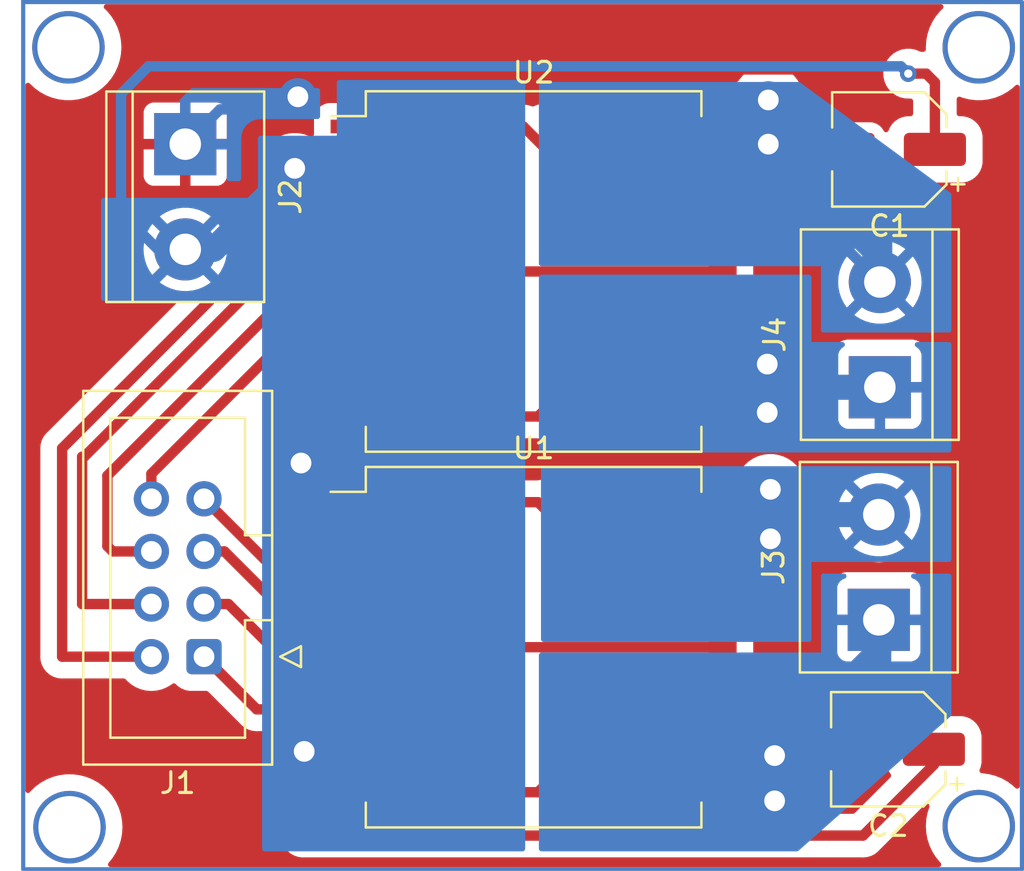
<source format=kicad_pcb>
(kicad_pcb (version 20211014) (generator pcbnew)
  (layers (0 "F.Cu" signal) (31 "B.Cu" signal) (34 "B.Paste" user) (35 "F.Paste" user) (36 "B.SilkS" user "B.Silkscreen") (37 "F.SilkS" user "F.Silkscreen") (38 "B.Mask" user) (39 "F.Mask" user) (44 "Edge.Cuts" user))
  (net 0 "")
  (net 1 "/VCCM")
  (net 2 "GND")
  (net 3 "/PWM1")
  (net 4 "/PWM2")
  (net 5 "/INA1")
  (net 6 "/INA2")
  (net 7 "/EN1")
  (net 8 "/EN2")
  (net 9 "/INB1")
  (net 10 "/INB2")
  (net 11 "/OUTB1")
  (net 12 "/OUTA1")
  (net 13 "/OUTB2")
  (net 14 "/OUTA2")
  (footprint "Capacitor_SMD:CP_Elec_5x5.3" (layer "F.Cu") (at 46.228 32.3596 180)
    (fp_text reference "C1" (at 0 -3.7) (layer "F.SilkS"))
    (fp_text value "C_Polarized")
    (fp_line (start -1.695563 2.76) (end 2.76 2.76) (layer "F.SilkS") (width 0.12))
    (fp_line (start -1.695563 -2.76) (end 2.76 -2.76) (layer "F.SilkS") (width 0.12))
    (fp_line (start -3.625 -1.685) (end -3 -1.685) (layer "F.SilkS") (width 0.12))
    (fp_line (start -2.76 1.695563) (end -1.695563 2.76) (layer "F.SilkS") (width 0.12))
    (fp_line (start -2.76 -1.695563) (end -1.695563 -2.76) (layer "F.SilkS") (width 0.12))
    (fp_line (start -2.76 1.695563) (end -2.76 1.06) (layer "F.SilkS") (width 0.12))
    (fp_line (start 2.76 2.76) (end 2.76 1.06) (layer "F.SilkS") (width 0.12))
    (fp_line (start -2.76 -1.695563) (end -2.76 -1.06) (layer "F.SilkS") (width 0.12))
    (fp_line (start -3.3125 -1.9975) (end -3.3125 -1.3725) (layer "F.SilkS") (width 0.12))
    (fp_line (start 2.76 -2.76) (end 2.76 -1.06) (layer "F.SilkS") (width 0.12))
    (pad "1" smd roundrect (at -2.2 0 180) (size 3 1.6) (layers "F.Cu" "F.Paste" "F.Mask") (roundrect_rratio 0.15625) (net 1 "/VCCM"))
    (pad "2" smd roundrect (at 2.2 0 180) (size 3 1.6) (layers "F.Cu" "F.Paste" "F.Mask") (roundrect_rratio 0.15625) (net 2 "GND"))
  )
  (footprint "Package_SO:ST_MultiPowerSO-30" (layer "F.Cu") (at 29.0576 56.388)
    (fp_text reference "U1" (at 0 -9.6) (layer "F.SilkS"))
    (fp_text value "VNH2SP30")
    (fp_line (start 8.1 -8.7) (end 8.1 -7.5) (layer "F.SilkS") (width 0.12))
    (fp_line (start 8 8.7) (end -8.1 8.7) (layer "F.SilkS") (width 0.12))
    (fp_line (start 8.1 8.7) (end 8.1 7.5) (layer "F.SilkS") (width 0.12))
    (fp_line (start -8 -8.7) (end -8.1 -8.7) (layer "F.SilkS") (width 0.12))
    (fp_line (start 8 -8.7) (end -8 -8.7) (layer "F.SilkS") (width 0.12))
    (fp_line (start 8 8.7) (end 8.1 8.7) (layer "F.SilkS") (width 0.12))
    (fp_line (start -8.1 -8.7) (end -8.1 -7.5) (layer "F.SilkS") (width 0.12))
    (fp_line (start -8.1 -7.5) (end -9.8 -7.5) (layer "F.SilkS") (width 0.12))
    (fp_line (start -8.1 8.7) (end -8.1 7.5) (layer "F.SilkS") (width 0.12))
    (fp_line (start 8 -8.7) (end 8.1 -8.7) (layer "F.SilkS") (width 0.12))
    (pad "1" smd rect (at -9.125 -7 270) (size 0.66 1.35) (layers "F.Cu" "F.Paste" "F.Mask") (net 12 "/OUTA1"))
    (pad "2" smd rect (at -9.125 -6 270) (size 0.66 1.35) (layers "F.Cu" "F.Paste" "F.Mask"))
    (pad "3" smd rect (at -9.125 -5 270) (size 0.66 1.35) (layers "F.Cu" "F.Paste" "F.Mask") (net 1 "/VCCM"))
    (pad "4" smd rect (at -9.125 -4 270) (size 0.66 1.35) (layers "F.Cu" "F.Paste" "F.Mask"))
    (pad "5" smd rect (at -9.125 -3 270) (size 0.66 1.35) (layers "F.Cu" "F.Paste" "F.Mask") (net 5 "/INA1"))
    (pad "6" smd rect (at -9.125 -2 270) (size 0.66 1.35) (layers "F.Cu" "F.Paste" "F.Mask") (net 7 "/EN1"))
    (pad "7" smd rect (at -9.125 -1 270) (size 0.66 1.35) (layers "F.Cu" "F.Paste" "F.Mask"))
    (pad "8" smd rect (at -9.125 0 270) (size 0.66 1.35) (layers "F.Cu" "F.Paste" "F.Mask") (net 3 "/PWM1"))
    (pad "9" smd rect (at -9.125 1 270) (size 0.66 1.35) (layers "F.Cu" "F.Paste" "F.Mask"))
    (pad "10" smd rect (at -9.125 2 270) (size 0.66 1.35) (layers "F.Cu" "F.Paste" "F.Mask") (net 7 "/EN1"))
    (pad "11" smd rect (at -9.125 3 270) (size 0.66 1.35) (layers "F.Cu" "F.Paste" "F.Mask") (net 9 "/INB1"))
    (pad "12" smd rect (at -9.125 4 270) (size 0.66 1.35) (layers "F.Cu" "F.Paste" "F.Mask"))
    (pad "13" smd rect (at -9.125 5 270) (size 0.66 1.35) (layers "F.Cu" "F.Paste" "F.Mask") (net 1 "/VCCM"))
    (pad "14" smd rect (at -9.125 6 270) (size 0.66 1.35) (layers "F.Cu" "F.Paste" "F.Mask"))
    (pad "15" smd rect (at -9.125 7 270) (size 0.66 1.35) (layers "F.Cu" "F.Paste" "F.Mask") (net 11 "/OUTB1"))
    (pad "16" smd rect (at 9.125 7 270) (size 0.66 1.35) (layers "F.Cu" "F.Paste" "F.Mask") (net 11 "/OUTB1"))
    (pad "17" smd rect (at 9.125 6 270) (size 0.66 1.35) (layers "F.Cu" "F.Paste" "F.Mask"))
    (pad "18" smd rect (at 9.125 5 270) (size 0.66 1.35) (layers "F.Cu" "F.Paste" "F.Mask") (net 2 "GND"))
    (pad "19" smd rect (at 9.125 4 270) (size 0.66 1.35) (layers "F.Cu" "F.Paste" "F.Mask") (net 2 "GND"))
    (pad "20" smd rect (at 9.125 3 270) (size 0.66 1.35) (layers "F.Cu" "F.Paste" "F.Mask") (net 2 "GND"))
    (pad "21" smd rect (at 9.125 2 270) (size 0.66 1.35) (layers "F.Cu" "F.Paste" "F.Mask") (net 11 "/OUTB1"))
    (pad "22" smd rect (at 9.125 1 270) (size 0.66 1.35) (layers "F.Cu" "F.Paste" "F.Mask"))
    (pad "23" smd rect (at 9.125 0 270) (size 0.66 1.35) (layers "F.Cu" "F.Paste" "F.Mask") (net 1 "/VCCM"))
    (pad "24" smd rect (at 9.125 -1 270) (size 0.66 1.35) (layers "F.Cu" "F.Paste" "F.Mask"))
    (pad "25" smd rect (at 9.125 -2 270) (size 0.66 1.35) (layers "F.Cu" "F.Paste" "F.Mask") (net 12 "/OUTA1"))
    (pad "26" smd rect (at 9.125 -3 270) (size 0.66 1.35) (layers "F.Cu" "F.Paste" "F.Mask") (net 2 "GND"))
    (pad "27" smd rect (at 9.125 -4 270) (size 0.66 1.35) (layers "F.Cu" "F.Paste" "F.Mask") (net 2 "GND"))
    (pad "28" smd rect (at 9.125 -5 270) (size 0.66 1.35) (layers "F.Cu" "F.Paste" "F.Mask") (net 2 "GND"))
    (pad "29" smd rect (at 9.125 -6 270) (size 0.66 1.35) (layers "F.Cu" "F.Paste" "F.Mask"))
    (pad "30" smd rect (at 9.125 -7 270) (size 0.66 1.35) (layers "F.Cu" "F.Paste" "F.Mask") (net 12 "/OUTA1"))
    (pad "31" smd rect (at -3.05 0) (size 5.25 10.3) (layers "F.Cu" "F.Paste" "F.Mask") (net 1 "/VCCM"))
    (pad "32" smd rect (at 3.05 -4.165) (size 5.25 6.23) (layers "F.Cu" "F.Paste" "F.Mask") (net 12 "/OUTA1"))
    (pad "33" smd rect (at 3.05 4.165) (size 5.25 6.23) (layers "F.Cu" "F.Paste" "F.Mask") (net 11 "/OUTB1"))
  )
  (footprint "Capacitor_SMD:CP_Elec_5x5.3" (layer "F.Cu") (at 46.1772 61.3156 180)
    (fp_text reference "C2" (at 0 -3.7) (layer "F.SilkS"))
    (fp_text value "C_Polarized")
    (fp_line (start 2.76 -2.76) (end 2.76 -1.06) (layer "F.SilkS") (width 0.12))
    (fp_line (start -2.76 1.695563) (end -2.76 1.06) (layer "F.SilkS") (width 0.12))
    (fp_line (start 2.76 2.76) (end 2.76 1.06) (layer "F.SilkS") (width 0.12))
    (fp_line (start -1.695563 2.76) (end 2.76 2.76) (layer "F.SilkS") (width 0.12))
    (fp_line (start -2.76 1.695563) (end -1.695563 2.76) (layer "F.SilkS") (width 0.12))
    (fp_line (start -3.625 -1.685) (end -3 -1.685) (layer "F.SilkS") (width 0.12))
    (fp_line (start -2.76 -1.695563) (end -1.695563 -2.76) (layer "F.SilkS") (width 0.12))
    (fp_line (start -2.76 -1.695563) (end -2.76 -1.06) (layer "F.SilkS") (width 0.12))
    (fp_line (start -3.3125 -1.9975) (end -3.3125 -1.3725) (layer "F.SilkS") (width 0.12))
    (fp_line (start -1.695563 -2.76) (end 2.76 -2.76) (layer "F.SilkS") (width 0.12))
    (pad "1" smd roundrect (at -2.2 0 180) (size 3 1.6) (layers "F.Cu" "F.Paste" "F.Mask") (roundrect_rratio 0.15625) (net 1 "/VCCM"))
    (pad "2" smd roundrect (at 2.2 0 180) (size 3 1.6) (layers "F.Cu" "F.Paste" "F.Mask") (roundrect_rratio 0.15625) (net 2 "GND"))
  )
  (footprint "TerminalBlock:TerminalBlock_bornier-2_P5.08mm" (layer "F.Cu") (at 45.72 55.0672 90)
    (fp_text reference "J3" (at 2.54 -5.08 90) (layer "F.SilkS"))
    (fp_text value "Conn_01x02_Male")
    (fp_line (start -2.54 -3.81) (end -2.54 3.81) (layer "F.SilkS") (width 0.12))
    (fp_line (start 7.62 2.54) (end -2.54 2.54) (layer "F.SilkS") (width 0.12))
    (fp_line (start -2.54 3.81) (end 7.62 3.81) (layer "F.SilkS") (width 0.12))
    (fp_line (start 7.62 3.81) (end 7.62 -3.81) (layer "F.SilkS") (width 0.12))
    (fp_line (start 7.62 -3.81) (end -2.54 -3.81) (layer "F.SilkS") (width 0.12))
    (pad "1" thru_hole rect (at 0 0 90) (size 3 3) (drill 1.52) (layers *.Cu *.Mask) (net 11 "/OUTB1"))
    (pad "2" thru_hole circle (at 5.08 0 90) (size 3 3) (drill 1.52) (layers *.Cu *.Mask) (net 12 "/OUTA1"))
  )
  (footprint "Package_SO:ST_MultiPowerSO-30" (layer "F.Cu") (at 29.0576 38.2524)
    (fp_text reference "U2" (at 0 -9.6) (layer "F.SilkS"))
    (fp_text value "VNH2SP30")
    (fp_line (start 8 -8.7) (end -8 -8.7) (layer "F.SilkS") (width 0.12))
    (fp_line (start 8.1 8.7) (end 8.1 7.5) (layer "F.SilkS") (width 0.12))
    (fp_line (start -8 -8.7) (end -8.1 -8.7) (layer "F.SilkS") (width 0.12))
    (fp_line (start -8.1 -7.5) (end -9.8 -7.5) (layer "F.SilkS") (width 0.12))
    (fp_line (start 8.1 -8.7) (end 8.1 -7.5) (layer "F.SilkS") (width 0.12))
    (fp_line (start -8.1 -8.7) (end -8.1 -7.5) (layer "F.SilkS") (width 0.12))
    (fp_line (start 8 8.7) (end 8.1 8.7) (layer "F.SilkS") (width 0.12))
    (fp_line (start 8 -8.7) (end 8.1 -8.7) (layer "F.SilkS") (width 0.12))
    (fp_line (start 8 8.7) (end -8.1 8.7) (layer "F.SilkS") (width 0.12))
    (fp_line (start -8.1 8.7) (end -8.1 7.5) (layer "F.SilkS") (width 0.12))
    (pad "1" smd rect (at -9.125 -7 270) (size 0.66 1.35) (layers "F.Cu" "F.Paste" "F.Mask") (net 14 "/OUTA2"))
    (pad "2" smd rect (at -9.125 -6 270) (size 0.66 1.35) (layers "F.Cu" "F.Paste" "F.Mask"))
    (pad "3" smd rect (at -9.125 -5 270) (size 0.66 1.35) (layers "F.Cu" "F.Paste" "F.Mask") (net 1 "/VCCM"))
    (pad "4" smd rect (at -9.125 -4 270) (size 0.66 1.35) (layers "F.Cu" "F.Paste" "F.Mask"))
    (pad "5" smd rect (at -9.125 -3 270) (size 0.66 1.35) (layers "F.Cu" "F.Paste" "F.Mask") (net 6 "/INA2"))
    (pad "6" smd rect (at -9.125 -2 270) (size 0.66 1.35) (layers "F.Cu" "F.Paste" "F.Mask") (net 8 "/EN2"))
    (pad "7" smd rect (at -9.125 -1 270) (size 0.66 1.35) (layers "F.Cu" "F.Paste" "F.Mask"))
    (pad "8" smd rect (at -9.125 0 270) (size 0.66 1.35) (layers "F.Cu" "F.Paste" "F.Mask") (net 4 "/PWM2"))
    (pad "9" smd rect (at -9.125 1 270) (size 0.66 1.35) (layers "F.Cu" "F.Paste" "F.Mask"))
    (pad "10" smd rect (at -9.125 2 270) (size 0.66 1.35) (layers "F.Cu" "F.Paste" "F.Mask") (net 8 "/EN2"))
    (pad "11" smd rect (at -9.125 3 270) (size 0.66 1.35) (layers "F.Cu" "F.Paste" "F.Mask") (net 10 "/INB2"))
    (pad "12" smd rect (at -9.125 4 270) (size 0.66 1.35) (layers "F.Cu" "F.Paste" "F.Mask"))
    (pad "13" smd rect (at -9.125 5 270) (size 0.66 1.35) (layers "F.Cu" "F.Paste" "F.Mask") (net 1 "/VCCM"))
    (pad "14" smd rect (at -9.125 6 270) (size 0.66 1.35) (layers "F.Cu" "F.Paste" "F.Mask"))
    (pad "15" smd rect (at -9.125 7 270) (size 0.66 1.35) (layers "F.Cu" "F.Paste" "F.Mask") (net 13 "/OUTB2"))
    (pad "16" smd rect (at 9.125 7 270) (size 0.66 1.35) (layers "F.Cu" "F.Paste" "F.Mask") (net 13 "/OUTB2"))
    (pad "17" smd rect (at 9.125 6 270) (size 0.66 1.35) (layers "F.Cu" "F.Paste" "F.Mask"))
    (pad "18" smd rect (at 9.125 5 270) (size 0.66 1.35) (layers "F.Cu" "F.Paste" "F.Mask") (net 2 "GND"))
    (pad "19" smd rect (at 9.125 4 270) (size 0.66 1.35) (layers "F.Cu" "F.Paste" "F.Mask") (net 2 "GND"))
    (pad "20" smd rect (at 9.125 3 270) (size 0.66 1.35) (layers "F.Cu" "F.Paste" "F.Mask") (net 2 "GND"))
    (pad "21" smd rect (at 9.125 2 270) (size 0.66 1.35) (layers "F.Cu" "F.Paste" "F.Mask") (net 13 "/OUTB2"))
    (pad "22" smd rect (at 9.125 1 270) (size 0.66 1.35) (layers "F.Cu" "F.Paste" "F.Mask"))
    (pad "23" smd rect (at 9.125 0 270) (size 0.66 1.35) (layers "F.Cu" "F.Paste" "F.Mask") (net 1 "/VCCM"))
    (pad "24" smd rect (at 9.125 -1 270) (size 0.66 1.35) (layers "F.Cu" "F.Paste" "F.Mask"))
    (pad "25" smd rect (at 9.125 -2 270) (size 0.66 1.35) (layers "F.Cu" "F.Paste" "F.Mask") (net 14 "/OUTA2"))
    (pad "26" smd rect (at 9.125 -3 270) (size 0.66 1.35) (layers "F.Cu" "F.Paste" "F.Mask") (net 2 "GND"))
    (pad "27" smd rect (at 9.125 -4 270) (size 0.66 1.35) (layers "F.Cu" "F.Paste" "F.Mask") (net 2 "GND"))
    (pad "28" smd rect (at 9.125 -5 270) (size 0.66 1.35) (layers "F.Cu" "F.Paste" "F.Mask") (net 2 "GND"))
    (pad "29" smd rect (at 9.125 -6 270) (size 0.66 1.35) (layers "F.Cu" "F.Paste" "F.Mask"))
    (pad "30" smd rect (at 9.125 -7 270) (size 0.66 1.35) (layers "F.Cu" "F.Paste" "F.Mask") (net 14 "/OUTA2"))
    (pad "31" smd rect (at -3.05 0) (size 5.25 10.3) (layers "F.Cu" "F.Paste" "F.Mask") (net 1 "/VCCM"))
    (pad "32" smd rect (at 3.05 -4.165) (size 5.25 6.23) (layers "F.Cu" "F.Paste" "F.Mask") (net 14 "/OUTA2"))
    (pad "33" smd rect (at 3.05 4.165) (size 5.25 6.23) (layers "F.Cu" "F.Paste" "F.Mask") (net 13 "/OUTB2"))
  )
  (footprint "TerminalBlock:TerminalBlock_bornier-2_P5.08mm" (layer "F.Cu") (at 45.7708 43.8404 90)
    (fp_text reference "J4" (at 2.54 -5.08 90) (layer "F.SilkS"))
    (fp_text value "Conn_01x02_Male")
    (fp_line (start -2.54 3.81) (end 7.62 3.81) (layer "F.SilkS") (width 0.12))
    (fp_line (start 7.62 2.54) (end -2.54 2.54) (layer "F.SilkS") (width 0.12))
    (fp_line (start 7.62 3.81) (end 7.62 -3.81) (layer "F.SilkS") (width 0.12))
    (fp_line (start 7.62 -3.81) (end -2.54 -3.81) (layer "F.SilkS") (width 0.12))
    (fp_line (start -2.54 -3.81) (end -2.54 3.81) (layer "F.SilkS") (width 0.12))
    (pad "1" thru_hole rect (at 0 0 90) (size 3 3) (drill 1.52) (layers *.Cu *.Mask) (net 13 "/OUTB2"))
    (pad "2" thru_hole circle (at 5.08 0 90) (size 3 3) (drill 1.52) (layers *.Cu *.Mask) (net 14 "/OUTA2"))
  )
  (footprint "TerminalBlock:TerminalBlock_bornier-2_P5.08mm" (layer "F.Cu") (at 12.2428 32.1056 -90)
    (fp_text reference "J2" (at 2.54 -5.08 90) (layer "F.SilkS"))
    (fp_text value "Conn_01x02_Male")
    (fp_line (start 7.62 -3.81) (end -2.54 -3.81) (layer "F.SilkS") (width 0.12))
    (fp_line (start 7.62 2.54) (end -2.54 2.54) (layer "F.SilkS") (width 0.12))
    (fp_line (start -2.54 -3.81) (end -2.54 3.81) (layer "F.SilkS") (width 0.12))
    (fp_line (start -2.54 3.81) (end 7.62 3.81) (layer "F.SilkS") (width 0.12))
    (fp_line (start 7.62 3.81) (end 7.62 -3.81) (layer "F.SilkS") (width 0.12))
    (pad "1" thru_hole rect (at 0 0 270) (size 3 3) (drill 1.52) (layers *.Cu *.Mask) (net 2 "GND"))
    (pad "2" thru_hole circle (at 5.08 0 270) (size 3 3) (drill 1.52) (layers *.Cu *.Mask) (net 1 "/VCCM"))
  )
  (footprint "Connector_IDC:IDC-Header_2x04_P2.54mm_Vertical" (layer "F.Cu") (at 13.1477 56.8452 180)
    (fp_text reference "J1" (at 1.27 -6.1) (layer "F.SilkS"))
    (fp_text value "Conn_02x04_Odd_Even")
    (fp_line (start -1.98 1.76) (end -1.98 -3.91) (layer "F.SilkS") (width 0.12))
    (fp_line (start 4.52 11.53) (end -1.98 11.53) (layer "F.SilkS") (width 0.12))
    (fp_line (start -3.29 12.83) (end -3.29 -5.21) (layer "F.SilkS") (width 0.12))
    (fp_line (start -3.29 1.76) (end -1.98 1.76) (layer "F.SilkS") (width 0.12))
    (fp_line (start 5.83 -5.21) (end 5.83 12.83) (layer "F.SilkS") (width 0.12))
    (fp_line (start -4.68 0.5) (end -3.68 0) (layer "F.SilkS") (width 0.12))
    (fp_line (start -3.29 -5.21) (end 5.83 -5.21) (layer "F.SilkS") (width 0.12))
    (fp_line (start -1.98 -3.91) (end 4.52 -3.91) (layer "F.SilkS") (width 0.12))
    (fp_line (start -4.68 -0.5) (end -4.68 0.5) (layer "F.SilkS") (width 0.12))
    (fp_line (start -1.98 5.86) (end -3.29 5.86) (layer "F.SilkS") (width 0.12))
    (fp_line (start -3.68 0) (end -4.68 -0.5) (layer "F.SilkS") (width 0.12))
    (fp_line (start -1.98 5.86) (end -1.98 5.86) (layer "F.SilkS") (width 0.12))
    (fp_line (start -1.98 11.53) (end -1.98 5.86) (layer "F.SilkS") (width 0.12))
    (fp_line (start 4.52 -3.91) (end 4.52 11.53) (layer "F.SilkS") (width 0.12))
    (fp_line (start 5.83 12.83) (end -3.29 12.83) (layer "F.SilkS") (width 0.12))
    (pad "1" thru_hole roundrect (at 0 0 180) (size 1.7 1.7) (drill 1) (layers *.Cu *.Mask) (roundrect_rratio 0.147059) (net 9 "/INB1"))
    (pad "2" thru_hole circle (at 2.54 0 180) (size 1.7 1.7) (drill 1) (layers *.Cu *.Mask) (net 6 "/INA2"))
    (pad "3" thru_hole circle (at 0 2.54 180) (size 1.7 1.7) (drill 1) (layers *.Cu *.Mask) (net 7 "/EN1"))
    (pad "4" thru_hole circle (at 2.54 2.54 180) (size 1.7 1.7) (drill 1) (layers *.Cu *.Mask) (net 8 "/EN2"))
    (pad "5" thru_hole circle (at 0 5.08 180) (size 1.7 1.7) (drill 1) (layers *.Cu *.Mask) (net 3 "/PWM1"))
    (pad "6" thru_hole circle (at 2.54 5.08 180) (size 1.7 1.7) (drill 1) (layers *.Cu *.Mask) (net 4 "/PWM2"))
    (pad "7" thru_hole circle (at 0 7.62 180) (size 1.7 1.7) (drill 1) (layers *.Cu *.Mask) (net 5 "/INA1"))
    (pad "8" thru_hole circle (at 2.54 7.62 180) (size 1.7 1.7) (drill 1) (layers *.Cu *.Mask) (net 10 "/INB2"))
  )
  (gr_rect (start 4.4196 25.2476) (end 52.6288 67.1068) (layer "B.Cu") (width 0.2) (fill none))
  (via (at 6.604 27.432) (size 3.5) (drill 3) (layers "F.Cu" "B.Cu") (net 0))
  (via (at 50.546 27.432) (size 3.5) (drill 3) (layers "F.Cu" "B.Cu") (net 0))
  (via (at 6.6548 65.0748) (size 3.5) (drill 3) (layers "F.Cu" "B.Cu") (net 0))
  (via (at 50.546 65.024) (size 3.5) (drill 3) (layers "F.Cu" "B.Cu") (net 0))
  (segment (start 26.0076 39.2704) (end 26.0076 38.2524) (width 0.5) (layer "F.Cu") (net 1))
  (segment (start 17.9324 65.4812) (end 17.9324 61.468) (width 0.5) (layer "F.Cu") (net 1))
  (segment (start 19.9326 61.388) (end 21.0076 61.388) (width 0.5) (layer "F.Cu") (net 1))
  (segment (start 38.1826 38.2524) (end 26.0076 38.2524) (width 0.5) (layer "F.Cu") (net 1))
  (segment (start 17.4244 47.498) (end 17.8308 47.498) (width 0.5) (layer "F.Cu") (net 1))
  (segment (start 48.3772 62.062) (end 44.958 65.4812) (width 0.5) (layer "F.Cu") (net 1))
  (segment (start 17.4244 47.498) (end 17.4244 43.7896) (width 0.5) (layer "F.Cu") (net 1))
  (segment (start 17.5476 33.2524) (end 17.526 33.274) (width 0.5) (layer "F.Cu") (net 1))
  (segment (start 48.006 28.702) (end 48.428 29.124) (width 0.5) (layer "F.Cu") (net 1))
  (segment (start 19.9326 33.2524) (end 17.5476 33.2524) (width 0.5) (layer "F.Cu") (net 1))
  (segment (start 22.1272 33.2524) (end 26.0076 37.1328) (width 0.5) (layer "F.Cu") (net 1))
  (segment (start 21.0076 51.388) (end 26.0076 56.388) (width 0.5) (layer "F.Cu") (net 1))
  (segment (start 38.1826 56.388) (end 26.0076 56.388) (width 0.5) (layer "F.Cu") (net 1))
  (segment (start 17.9324 61.468) (end 17.9832 61.4172) (width 0.5) (layer "F.Cu") (net 1))
  (segment (start 19.9326 43.2524) (end 22.0256 43.2524) (width 0.5) (layer "F.Cu") (net 1))
  (segment (start 21.0076 61.388) (end 26.0076 56.388) (width 0.5) (layer "F.Cu") (net 1))
  (segment (start 17.9616 43.2524) (end 19.9326 43.2524) (width 0.5) (layer "F.Cu") (net 1))
  (segment (start 18.368 51.388) (end 17.4244 50.4444) (width 0.5) (layer "F.Cu") (net 1))
  (segment (start 17.4244 43.7896) (end 17.9616 43.2524) (width 0.5) (layer "F.Cu") (net 1))
  (segment (start 44.958 65.4812) (end 17.9324 65.4812) (width 0.5) (layer "F.Cu") (net 1))
  (segment (start 22.0256 43.2524) (end 26.0076 39.2704) (width 0.5) (layer "F.Cu") (net 1))
  (segment (start 17.4244 50.4444) (end 17.4244 47.498) (width 0.5) (layer "F.Cu") (net 1))
  (segment (start 19.9326 61.388) (end 18.0124 61.388) (width 0.5) (layer "F.Cu") (net 1))
  (segment (start 48.428 32.3088) (end 47.2596 32.3088) (width 0.5) (layer "F.Cu") (net 1))
  (segment (start 19.9326 33.2524) (end 22.1272 33.2524) (width 0.5) (layer "F.Cu") (net 1))
  (segment (start 19.9326 51.388) (end 18.368 51.388) (width 0.5) (layer "F.Cu") (net 1))
  (segment (start 18.0124 61.388) (end 17.9832 61.4172) (width 0.5) (layer "F.Cu") (net 1))
  (segment (start 26.0076 37.1328) (end 26.0076 38.2524) (width 0.5) (layer "F.Cu") (net 1))
  (segment (start 48.428 29.124) (end 48.428 32.3088) (width 0.5) (layer "F.Cu") (net 1))
  (segment (start 47.1424 28.702) (end 48.006 28.702) (width 0.5) (layer "F.Cu") (net 1))
  (segment (start 19.9326 51.388) (end 21.0076 51.388) (width 0.5) (layer "F.Cu") (net 1))
  (segment (start 48.3772 61.3156) (end 48.3772 62.062) (width 0.5) (layer "F.Cu") (net 1))
  (via (at 17.8308 47.498) (size 1.8) (drill 1) (layers "F.Cu" "B.Cu") (net 1))
  (via (at 47.1424 28.702) (size 0.8) (drill 0.4) (layers "F.Cu" "B.Cu") (net 1))
  (via (at 17.526 33.274) (size 1.8) (drill 1) (layers "F.Cu" "B.Cu") (net 1))
  (via (at 17.9832 61.4172) (size 1.8) (drill 1) (layers "F.Cu" "B.Cu") (net 1))
  (segment (start 13.6144 37.1856) (end 17.526 33.274) (width 1.2) (layer "B.Cu") (net 1))
  (segment (start 12.2428 37.1856) (end 10.922 37.1856) (width 0.5) (layer "B.Cu") (net 1))
  (segment (start 12.2428 37.1856) (end 13.6144 37.1856) (width 1.2) (layer "B.Cu") (net 1))
  (segment (start 17.526 33.274) (end 17.526 33.8836) (width 0.5) (layer "B.Cu") (net 1))
  (segment (start 10.922 37.1856) (end 9.144 35.4076) (width 0.5) (layer "B.Cu") (net 1))
  (segment (start 9.144 29.6672) (end 10.4648 28.3464) (width 0.5) (layer "B.Cu") (net 1))
  (segment (start 9.144 35.4076) (end 9.144 29.6672) (width 0.5) (layer "B.Cu") (net 1))
  (segment (start 46.7868 28.3464) (end 47.1424 28.702) (width 0.5) (layer "B.Cu") (net 1))
  (segment (start 10.4648 28.3464) (end 46.7868 28.3464) (width 0.5) (layer "B.Cu") (net 1))
  (segment (start 40.7924 59.182) (end 40.7924 53.3908) (width 0.5) (layer "F.Cu") (net 2))
  (segment (start 40.5892 40.8432) (end 40.5892 35.56) (width 0.5) (layer "F.Cu") (net 2))
  (segment (start 38.1826 43.2524) (end 38.1826 41.2524) (width 0.5) (layer "F.Cu") (net 2))
  (segment (start 41.1324 35.2552) (end 44.028 32.3596) (width 0.5) (layer "F.Cu") (net 2))
  (segment (start 17.6784 29.8196) (end 18.9992 28.4988) (width 0.5) (layer "F.Cu") (net 2))
  (segment (start 38.1826 59.388) (end 38.1826 61.388) (width 0.5) (layer "F.Cu") (net 2))
  (segment (start 44.028 28.4988) (end 44.028 32.3596) (width 0.5) (layer "F.Cu") (net 2))
  (segment (start 40.7896 53.388) (end 40.7924 53.3908) (width 0.5) (layer "F.Cu") (net 2))
  (segment (start 38.1826 60.2678) (end 38.1826 61.388) (width 0.5) (layer "F.Cu") (net 2))
  (segment (start 38.1826 53.388) (end 40.7896 53.388) (width 0.5) (layer "F.Cu") (net 2))
  (segment (start 40.2816 35.2524) (end 38.1826 35.2524) (width 0.5) (layer "F.Cu") (net 2))
  (segment (start 40.18 41.2524) (end 40.5892 40.8432) (width 0.5) (layer "F.Cu") (net 2))
  (segment (start 39.4526 35.2552) (end 41.1324 35.2552) (width 0.5) (layer "F.Cu") (net 2))
  (segment (start 38.1826 59.388) (end 40.5864 59.388) (width 0.5) (layer "F.Cu") (net 2))
  (segment (start 38.1826 35.2524) (end 38.1826 34.2524) (width 0.5) (layer "F.Cu") (net 2))
  (segment (start 38.1826 34.2524) (end 38.1826 33.2524) (width 0.5) (layer "F.Cu") (net 2))
  (segment (start 40.5864 59.388) (end 40.7924 59.182) (width 0.5) (layer "F.Cu") (net 2))
  (segment (start 18.9992 28.4988) (end 44.028 28.4988) (width 0.5) (layer "F.Cu") (net 2))
  (segment (start 38.1826 41.2524) (end 40.18 41.2524) (width 0.5) (layer "F.Cu") (net 2))
  (segment (start 43.9772 61.3156) (end 42.926 61.3156) (width 0.5) (layer "F.Cu") (net 2))
  (segment (start 42.926 61.3156) (end 40.7924 59.182) (width 0.5) (layer "F.Cu") (net 2))
  (segment (start 38.1826 51.388) (end 38.1826 53.388) (width 0.5) (layer "F.Cu") (net 2))
  (segment (start 40.5892 35.56) (end 40.2816 35.2524) (width 0.5) (layer "F.Cu") (net 2))
  (via (at 17.6784 29.8196) (size 1.8) (drill 1) (layers "F.Cu" "B.Cu") (net 2))
  (segment (start 17.6784 29.8196) (end 17.0688 30.4292) (width 0.5) (layer "B.Cu") (net 2))
  (segment (start 13.9192 30.4292) (end 12.2428 32.1056) (width 0.5) (layer "B.Cu") (net 2))
  (segment (start 17.0688 30.4292) (end 13.9192 30.4292) (width 0.5) (layer "B.Cu") (net 2))
  (segment (start 19.9326 56.388) (end 18.7576 56.388) (width 0.5) (layer "F.Cu") (net 3))
  (segment (start 14.1348 51.7652) (end 13.1477 51.7652) (width 0.5) (layer "F.Cu") (net 3))
  (segment (start 18.7576 56.388) (end 14.1348 51.7652) (width 0.5) (layer "F.Cu") (net 3))
  (segment (start 8.4836 51.5112) (end 8.4836 48.1076) (width 0.5) (layer "F.Cu") (net 4))
  (segment (start 8.7376 51.7652) (end 8.4836 51.5112) (width 0.5) (layer "F.Cu") (net 4))
  (segment (start 10.6077 51.7652) (end 8.7376 51.7652) (width 0.5) (layer "F.Cu") (net 4))
  (segment (start 8.4836 48.1076) (end 18.3388 38.2524) (width 0.5) (layer "F.Cu") (net 4))
  (segment (start 18.3388 38.2524) (end 19.9326 38.2524) (width 0.5) (layer "F.Cu") (net 4))
  (segment (start 19.9326 53.388) (end 17.3105 53.388) (width 0.5) (layer "F.Cu") (net 5))
  (segment (start 17.3105 53.388) (end 13.1477 49.2252) (width 0.5) (layer "F.Cu") (net 5))
  (segment (start 6.2992 46.7868) (end 17.8336 35.2524) (width 0.5) (layer "F.Cu") (net 6))
  (segment (start 17.8336 35.2524) (end 19.9326 35.2524) (width 0.5) (layer "F.Cu") (net 6))
  (segment (start 6.2992 56.8452) (end 6.2992 46.7868) (width 0.5) (layer "F.Cu") (net 6))
  (segment (start 10.6077 56.8452) (end 6.2992 56.8452) (width 0.5) (layer "F.Cu") (net 6))
  (segment (start 21.876 54.7436) (end 21.5204 54.388) (width 0.5) (layer "F.Cu") (net 7))
  (segment (start 21.5204 54.388) (end 19.9326 54.388) (width 0.5) (layer "F.Cu") (net 7))
  (segment (start 19.9326 58.388) (end 18.4084 58.388) (width 0.5) (layer "F.Cu") (net 7))
  (segment (start 21.876 58.388) (end 21.876 54.7436) (width 0.5) (layer "F.Cu") (net 7))
  (segment (start 18.4084 58.388) (end 14.3256 54.3052) (width 0.5) (layer "F.Cu") (net 7))
  (segment (start 14.3256 54.3052) (end 13.1477 54.3052) (width 0.5) (layer "F.Cu") (net 7))
  (segment (start 19.9326 58.388) (end 21.876 58.388) (width 0.5) (layer "F.Cu") (net 7))
  (segment (start 19.9326 36.2524) (end 18.3068 36.2524) (width 0.5) (layer "F.Cu") (net 8))
  (segment (start 19.9326 40.2524) (end 21.876 40.2524) (width 0.5) (layer "F.Cu") (net 8))
  (segment (start 7.366 47.1932) (end 7.2644 47.1932) (width 0.5) (layer "F.Cu") (net 8))
  (segment (start 21.876 36.354) (end 21.7744 36.2524) (width 0.5) (layer "F.Cu") (net 8))
  (segment (start 18.3068 36.2524) (end 7.366 47.1932) (width 0.5) (layer "F.Cu") (net 8))
  (segment (start 21.7744 36.2524) (end 19.9326 36.2524) (width 0.5) (layer "F.Cu") (net 8))
  (segment (start 21.876 40.2524) (end 21.876 36.354) (width 0.5) (layer "F.Cu") (net 8))
  (segment (start 7.2644 54.3052) (end 10.6077 54.3052) (width 0.5) (layer "F.Cu") (net 8))
  (segment (start 7.2644 47.1932) (end 7.2644 54.3052) (width 0.5) (layer "F.Cu") (net 8))
  (segment (start 19.9326 59.388) (end 15.6905 59.388) (width 0.5) (layer "F.Cu") (net 9))
  (segment (start 15.6905 59.388) (end 13.1477 56.8452) (width 0.5) (layer "F.Cu") (net 9))
  (segment (start 19.9326 41.2524) (end 17.3708 41.2524) (width 0.5) (layer "F.Cu") (net 10))
  (segment (start 10.6077 48.0155) (end 10.6077 49.2252) (width 0.5) (layer "F.Cu") (net 10))
  (segment (start 17.3708 41.2524) (end 10.6077 48.0155) (width 0.5) (layer "F.Cu") (net 10))
  (segment (start 39.482 63.388) (end 38.1826 63.388) (width 0.5) (layer "F.Cu") (net 11))
  (segment (start 40.6908 61.6204) (end 40.6908 62.1792) (width 0.5) (layer "F.Cu") (net 11))
  (segment (start 19.9326 63.388) (end 29.2726 63.388) (width 0.5) (layer "F.Cu") (net 11))
  (segment (start 38.1826 58.388) (end 34.2726 58.388) (width 0.5) (layer "F.Cu") (net 11))
  (segment (start 38.1826 63.388) (end 34.9426 63.388) (width 0.5) (layer "F.Cu") (net 11))
  (segment (start 34.2726 58.388) (end 32.1076 60.553) (width 0.5) (layer "F.Cu") (net 11))
  (segment (start 40.6908 63.8048) (end 40.274 63.388) (width 0.5) (layer "F.Cu") (net 11))
  (segment (start 40.6908 62.1792) (end 39.482 63.388) (width 0.5) (layer "F.Cu") (net 11))
  (segment (start 29.2726 63.388) (end 32.1076 60.553) (width 0.5) (layer "F.Cu") (net 11))
  (segment (start 34.9426 63.388) (end 32.1076 60.553) (width 0.5) (layer "F.Cu") (net 11))
  (segment (start 40.274 63.388) (end 38.1826 63.388) (width 0.5) (layer "F.Cu") (net 11))
  (via (at 40.6908 61.6204) (size 1.8) (drill 1) (layers "F.Cu" "B.Cu") (net 11))
  (via (at 40.6908 63.8048) (size 1.8) (drill 1) (layers "F.Cu" "B.Cu") (net 11))
  (segment (start 45.72 56.5912) (end 40.6908 61.6204) (width 1.2) (layer "B.Cu") (net 11))
  (segment (start 45.72 55.0672) (end 45.72 56.5912) (width 1.2) (layer "B.Cu") (net 11))
  (segment (start 45.72 58.7756) (end 40.6908 63.8048) (width 1.2) (layer "B.Cu") (net 11))
  (segment (start 45.72 55.0672) (end 45.72 58.7756) (width 1.2) (layer "B.Cu") (net 11))
  (segment (start 38.1826 54.388) (end 34.2726 54.388) (width 0.5) (layer "F.Cu") (net 12))
  (segment (start 29.2726 49.388) (end 32.1076 52.223) (width 0.5) (layer "F.Cu") (net 12))
  (segment (start 38.1826 49.388) (end 34.9426 49.388) (width 0.5) (layer "F.Cu") (net 12))
  (segment (start 39.8676 49.388) (end 38.1826 49.388) (width 0.5) (layer "F.Cu") (net 12))
  (segment (start 34.2726 54.388) (end 32.1076 52.223) (width 0.5) (layer "F.Cu") (net 12))
  (segment (start 40.4876 50.788978) (end 39.086622 49.388) (width 0.5) (layer "F.Cu") (net 12))
  (segment (start 34.9426 49.388) (end 32.1076 52.223) (width 0.5) (layer "F.Cu") (net 12))
  (segment (start 19.9326 49.388) (end 29.2726 49.388) (width 0.5) (layer "F.Cu") (net 12))
  (segment (start 40.4876 51.1556) (end 40.4876 50.788978) (width 0.5) (layer "F.Cu") (net 12))
  (segment (start 40.4876 48.768) (end 39.8676 49.388) (width 0.5) (layer "F.Cu") (net 12))
  (segment (start 39.086622 49.388) (end 38.1826 49.388) (width 0.5) (layer "F.Cu") (net 12))
  (via (at 40.4876 51.1556) (size 1.8) (drill 1) (layers "F.Cu" "B.Cu") (net 12))
  (via (at 40.4876 48.768) (size 1.8) (drill 1) (layers "F.Cu" "B.Cu") (net 12))
  (segment (start 41.7068 49.9872) (end 40.4876 48.768) (width 1.2) (layer "B.Cu") (net 12))
  (segment (start 41.656 49.9872) (end 40.4876 51.1556) (width 1.2) (layer "B.Cu") (net 12))
  (segment (start 45.72 49.9872) (end 41.7068 49.9872) (width 1.2) (layer "B.Cu") (net 12))
  (segment (start 45.72 49.9872) (end 41.656 49.9872) (width 1.2) (layer "B.Cu") (net 12))
  (segment (start 40.1424 45.2524) (end 38.1826 45.2524) (width 0.5) (layer "F.Cu") (net 13))
  (segment (start 34.9426 45.2524) (end 38.1826 45.2524) (width 0.5) (layer "F.Cu") (net 13))
  (segment (start 40.3352 42.7228) (end 40.3352 44.003822) (width 0.5) (layer "F.Cu") (net 13))
  (segment (start 34.2726 40.2524) (end 32.1076 42.4174) (width 0.5) (layer "F.Cu") (net 13))
  (segment (start 19.9326 45.2524) (end 29.2726 45.2524) (width 0.5) (layer "F.Cu") (net 13))
  (segment (start 32.1076 42.4174) (end 34.9426 45.2524) (width 0.5) (layer "F.Cu") (net 13))
  (segment (start 38.1826 40.2524) (end 34.2726 40.2524) (width 0.5) (layer "F.Cu") (net 13))
  (segment (start 40.3352 45.0596) (end 40.1424 45.2524) (width 0.5) (layer "F.Cu") (net 13))
  (segment (start 29.2726 45.2524) (end 32.1076 42.4174) (width 0.5) (layer "F.Cu") (net 13))
  (segment (start 39.086622 45.2524) (end 38.1826 45.2524) (width 0.5) (layer "F.Cu") (net 13))
  (segment (start 40.3352 44.003822) (end 39.086622 45.2524) (width 0.5) (layer "F.Cu") (net 13))
  (via (at 40.3352 42.7228) (size 1.8) (drill 1) (layers "F.Cu" "B.Cu") (net 13))
  (via (at 40.3352 45.0596) (size 1.8) (drill 1) (layers "F.Cu" "B.Cu") (net 13))
  (segment (start 40.3352 45.0596) (end 40.386 45.0596) (width 1.2) (layer "B.Cu") (net 13))
  (segment (start 40.386 45.0596) (end 41.6052 43.8404) (width 1.2) (layer "B.Cu") (net 13))
  (segment (start 41.4528 43.8404) (end 45.7708 43.8404) (width 1.2) (layer "B.Cu") (net 13))
  (segment (start 41.6052 43.8404) (end 45.7708 43.8404) (width 1.2) (layer "B.Cu") (net 13))
  (segment (start 40.3352 42.7228) (end 41.4528 43.8404) (width 1.2) (layer "B.Cu") (net 13))
  (segment (start 32.1076 34.0874) (end 31.395 34.0874) (width 0.5) (layer "F.Cu") (net 14))
  (segment (start 31.395 34.0874) (end 28.56 31.2524) (width 0.5) (layer "F.Cu") (net 14))
  (segment (start 34.2726 36.2524) (end 32.1076 34.0874) (width 0.5) (layer "F.Cu") (net 14))
  (segment (start 34.9426 31.2524) (end 32.1076 34.0874) (width 0.5) (layer "F.Cu") (net 14))
  (segment (start 38.1826 31.2524) (end 34.9426 31.2524) (width 0.5) (layer "F.Cu") (net 14))
  (segment (start 38.1826 36.2524) (end 34.2726 36.2524) (width 0.5) (layer "F.Cu") (net 14))
  (segment (start 40.386 32.1056) (end 39.939822 32.1056) (width 0.5) (layer "F.Cu") (net 14))
  (segment (start 39.444 29.991) (end 38.1826 31.2524) (width 0.5) (layer "F.Cu") (net 14))
  (segment (start 28.56 31.2524) (end 19.9326 31.2524) (width 0.5) (layer "F.Cu") (net 14))
  (segment (start 39.939822 32.1056) (end 39.086622 31.2524) (width 0.5) (layer "F.Cu") (net 14))
  (segment (start 40.386 29.972) (end 40.367 29.991) (width 0.5) (layer "F.Cu") (net 14))
  (segment (start 40.367 29.991) (end 39.444 29.991) (width 0.5) (layer "F.Cu") (net 14))
  (segment (start 39.086622 31.2524) (end 38.1826 31.2524) (width 0.5) (layer "F.Cu") (net 14))
  (via (at 40.386 32.1056) (size 1.8) (drill 1) (layers "F.Cu" "B.Cu") (net 14))
  (via (at 40.386 29.972) (size 1.8) (drill 1) (layers "F.Cu" "B.Cu") (net 14))
  (segment (start 45.7708 38.7604) (end 45.7708 37.4904) (width 1.2) (layer "B.Cu") (net 14))
  (segment (start 45.7708 36.576) (end 45.7708 35.3568) (width 1.2) (layer "B.Cu") (net 14))
  (segment (start 45.7708 38.7604) (end 45.7708 36.576) (width 1.2) (layer "B.Cu") (net 14))
  (segment (start 45.7708 35.3568) (end 40.386 29.972) (width 1.2) (layer "B.Cu") (net 14))
  (segment (start 45.7708 37.4904) (end 40.386 32.1056) (width 1.2) (layer "B.Cu") (net 14))
  (zone (net 2) (net_name "GND") (layers F&B.Cu) (connect_pads (clearance 0.8)) (min_thickness 0.254) (fill yes (thermal_gap 0.508) (thermal_bridge_width 0.508))
    (polygon (pts (xy 52.5272 67.0052) (xy 4.5212 67.0052) (xy 4.5212 25.3492) (xy 52.5272 25.3492)))
  )
  (zone (net 11) (net_name "/OUTB1") (layer "B.Cu") (priority 1) (connect_pads (clearance 0.508)) (min_thickness 0.254) (fill yes (thermal_gap 0.508) (thermal_bridge_width 0.508))
    (polygon (pts (xy 49.2252 59.69) (xy 41.8084 66.2432) (xy 29.3116 66.2432) (xy 29.3116 56.642) (xy 42.926 56.642) (xy 42.926 52.832) (xy 49.2252 52.832)))
  )
  (zone (net 13) (net_name "/OUTB2") (layer "B.Cu") (priority 1) (connect_pads (clearance 0.508)) (min_thickness 0.254) (fill yes (thermal_gap 0.508) (thermal_bridge_width 0.508))
    (polygon (pts (xy 42.4688 41.656) (xy 49.2252 41.656) (xy 49.2252 46.99) (xy 29.3116 46.99) (xy 29.3116 42.9768) (xy 29.3116 40.5892) (xy 29.3116 38.4048) (xy 42.4688 38.4048)))
  )
  (zone (net 12) (net_name "/OUTA1") (layer "B.Cu") (priority 1) (connect_pads (clearance 0.508)) (min_thickness 0.254) (fill yes (thermal_gap 0.508) (thermal_bridge_width 0.508))
    (polygon (pts (xy 49.2252 52.2732) (xy 42.4688 52.2732) (xy 42.4688 56.134) (xy 29.4132 56.134) (xy 29.4132 47.6504) (xy 49.2252 47.6504)))
  )
  (zone (net 14) (net_name "/OUTA2") (layer "B.Cu") (priority 1) (connect_pads (clearance 0.508)) (min_thickness 0.254) (fill yes (thermal_gap 0.508) (thermal_bridge_width 0.508))
    (polygon (pts (xy 49.2252 34.4932) (xy 49.2252 41.1988) (xy 42.926 41.1988) (xy 42.926 37.9984) (xy 29.3116 37.9984) (xy 29.3116 29.0068) (xy 41.7576 29.0068)))
  )
  (zone (net 1) (net_name "/VCCM") (layer "B.Cu") (priority 1) (connect_pads (clearance 0.508)) (min_thickness 0.254) (fill yes (thermal_gap 0.508) (thermal_bridge_width 0.508))
    (polygon (pts (xy 28.6512 66.2432) (xy 15.9512 66.2432) (xy 15.9512 39.6748) (xy 8.1788 39.6748) (xy 8.1788 34.6964) (xy 15.748 34.6964) (xy 15.748 31.6992) (xy 19.558 31.6992) (xy 19.558 29.0068) (xy 28.6512 29.0068)))
  )
)
</source>
